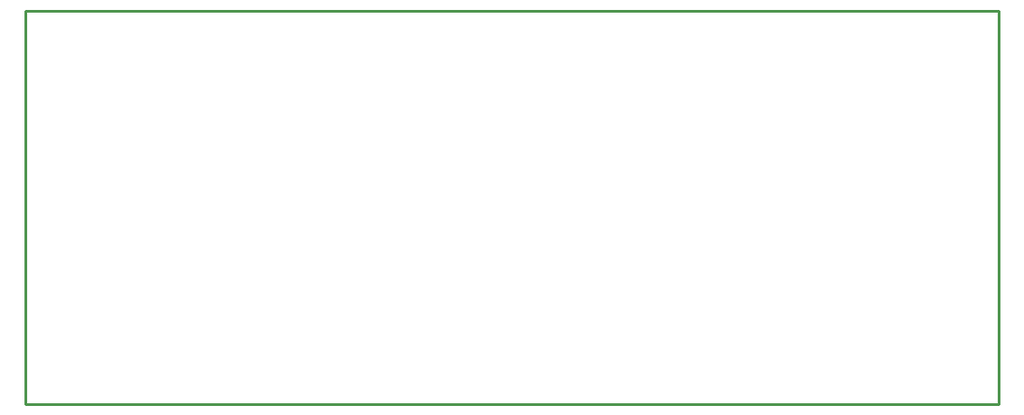
<source format=gbr>
G04 EAGLE Gerber RS-274X export*
G75*
%MOMM*%
%FSLAX34Y34*%
%LPD*%
%IN*%
%IPPOS*%
%AMOC8*
5,1,8,0,0,1.08239X$1,22.5*%
G01*
%ADD10C,0.254000*%


D10*
X0Y148387D02*
X909749Y148387D01*
X909603Y516072D01*
X0Y516072D01*
X0Y148387D01*
M02*

</source>
